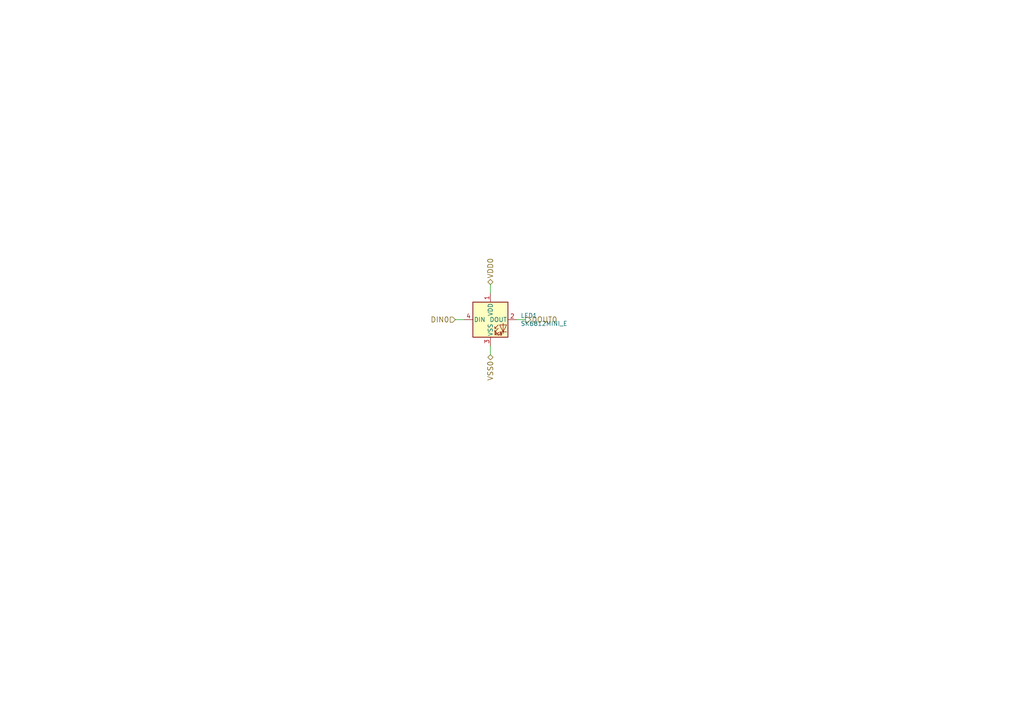
<source format=kicad_sch>
(kicad_sch (version 20211123) (generator eeschema)
  (paper "A4")
  (title_block (date "15 sep 2015"))
  (lib_symbols
    (symbol "amoeba-king-rescue:SK6812MINI_E-amoeba-royale-rescue" (pin_names (offset 0.254))
      (property "Reference" "D" (at 5.08 5.715 0))
      (property "Value" "SK6812MINI_E-amoeba-royale-rescue" (at 1.27 -5.715 0))
      (symbol "SK6812MINI_E-amoeba-royale-rescue_0_0"
        (text "RGB" (at 2.286 -4.191 0) (effects (font (size 0.762 0.762))))
      )
      (symbol "SK6812MINI_E-amoeba-royale-rescue_0_1"
        (polyline (pts (xy 1.27 -3.556) (xy 1.778 -3.556)))
        (polyline (pts (xy 1.27 -2.54) (xy 1.778 -2.54)))
        (polyline (pts (xy 4.699 -3.556) (xy 2.667 -3.556)))
        (polyline (pts (xy 2.286 -2.54) (xy 1.27 -3.556) (xy 1.27 -3.048)))
        (polyline (pts (xy 2.286 -1.524) (xy 1.27 -2.54) (xy 1.27 -2.032)))
        (polyline (pts (xy 3.683 -1.016) (xy 3.683 -3.556) (xy 3.683 -4.064)))
        (polyline (pts (xy 4.699 -1.524) (xy 2.667 -1.524) (xy 3.683 -3.556) (xy 4.699 -1.524)))
        (rectangle (start 5.08 5.08) (end -5.08 -5.08) (stroke (width 0.254)) (fill (type background)))
      )
      (symbol "SK6812MINI_E-amoeba-royale-rescue_1_1"
        (pin power_in line (at 0 7.62 270) (length 2.54) (name "VDD") (number "1"))
        (pin output line (at 7.62 0 180) (length 2.54) (name "DOUT") (number "2"))
        (pin power_out line (at 0 -7.62 90) (length 2.54) (name "VSS") (number "3"))
        (pin input line (at -7.62 0 0) (length 2.54) (name "DIN") (number "4"))
      )
    )
  )
  (wire (pts (xy 149.86 92.71) (xy 152.4 92.71)))
  (wire (pts (xy 142.24 100.33) (xy 142.24 102.87)))
  (wire (pts (xy 132.08 92.71) (xy 134.62 92.71)))
  (wire (pts (xy 142.24 82.55) (xy 142.24 85.09)))
  (hierarchical_label "DIN0" (shape input) (at 132.08 92.71 180) (effects (font (size 1.524 1.524))))
  (hierarchical_label "VSS0" (shape bidirectional) (at 142.24 102.87 270) (effects (font (size 1.524 1.524))))
  (hierarchical_label "VDD0" (shape bidirectional) (at 142.24 82.55 90) (effects (font (size 1.524 1.524))))
  (hierarchical_label "DOUT0" (shape output) (at 152.4 92.71 0) (effects (font (size 1.524 1.524))))
  (symbol (lib_id "amoeba-king-rescue:SK6812MINI_E-amoeba-royale-rescue") (at 142.24 92.71 0) (unit 1)
    (property "Reference" "LED1" (at 150.9776 91.5416 0) (effects (justify left)))
    (property "Value" "SK6812MINI_E" (at 150.9776 93.853 0) (effects (justify left)))
    (property "Footprint" "amoeba-modules:LED_SK6812MINI_E_PLCC4_3.2x2.8mm_Shine_Through" (effects hide))
    (property "Datasheet" "https://cdn-shop.adafruit.com/product-files/2686/SK6812MINI_REV.01-1-2.pdf" (effects hide))
  )
)
</source>
